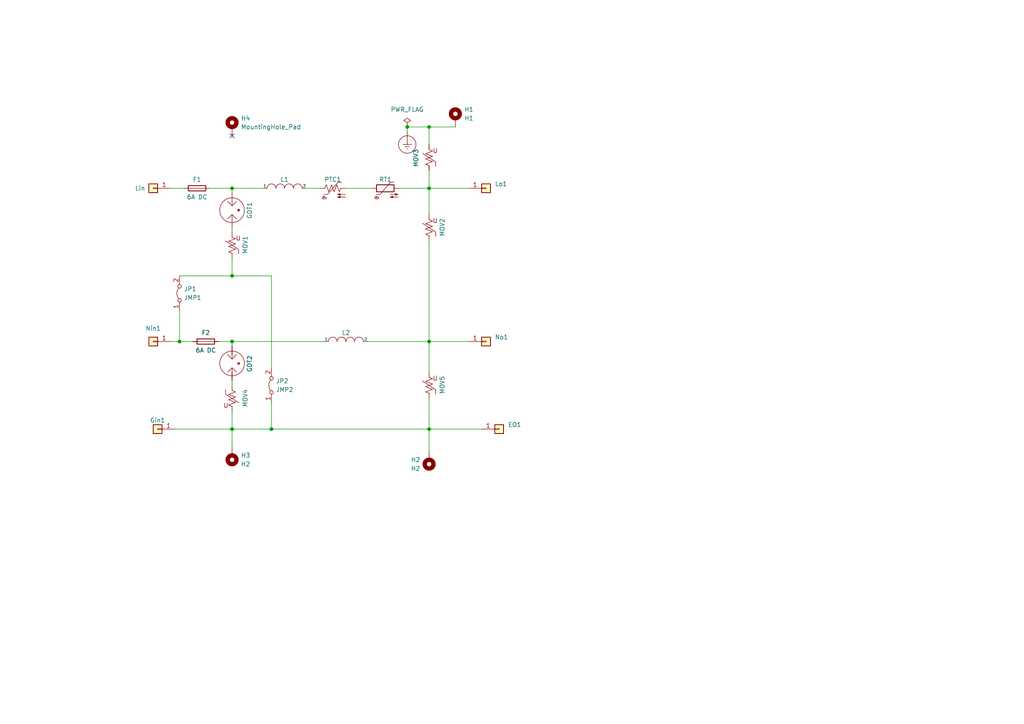
<source format=kicad_sch>
(kicad_sch (version 20211123) (generator eeschema)
  (paper "A4")
  (lib_symbols
    (symbol "Connector_Generic:Conn_01x01" (pin_names (offset 1.016) hide)
      (property "Reference" "J" (at 0 2.54 0))
      (property "Value" "Conn_01x01" (at 0 -2.54 0))
      (symbol "Conn_01x01_1_1"
        (rectangle (start -1.27 0.127) (end 0 -0.127) (stroke (width 0.1524)))
        (rectangle (start -1.27 1.27) (end 1.27 -1.27) (stroke (width 0.254)) (fill (type background)))
        (pin passive line (at -5.08 0 0) (length 3.81) (name "Pin_1") (number "1"))
      )
    )
    (symbol "Device:Fuse" (pin_numbers hide) (pin_names (offset 0))
      (property "Reference" "F" (at 2.032 0 90))
      (property "Value" "Fuse" (at -1.905 0 90))
      (symbol "Fuse_0_1"
        (rectangle (start -0.762 -2.54) (end 0.762 2.54) (stroke (width 0.254)))
        (polyline (pts (xy 0 2.54) (xy 0 -2.54)))
      )
      (symbol "Fuse_1_1"
        (pin passive line (at 0 3.81 270) (length 1.27) (name "~") (number "1"))
        (pin passive line (at 0 -3.81 90) (length 1.27) (name "~") (number "2"))
      )
    )
    (symbol "Device:GDT_2Pin" (pin_numbers hide)
      (property "Reference" "GD" (at 5.08 0 90))
      (property "Value" "GDT_2Pin" (at 7.62 0 90))
      (symbol "GDT_2Pin_0_1"
        (polyline (pts (xy 0 -2.54) (xy 0 -1.27)))
        (polyline (pts (xy 0 -1.27) (xy -1.27 -2.54)))
        (polyline (pts (xy 0 -1.27) (xy 1.27 -2.54)))
        (polyline (pts (xy 0 1.27) (xy -1.27 2.54)))
        (polyline (pts (xy 0 1.27) (xy 1.27 2.54)))
        (polyline (pts (xy 0 2.54) (xy 0 1.27)))
        (circle (center 0 0) (radius 3.5814))
        (circle (center 1.905 0) (radius 0.127))
        (circle (center 1.905 0) (radius 0.127))
        (circle (center 1.905 0) (radius 0.2794))
        (circle (center 2.032 0) (radius 0.127))
      )
      (symbol "GDT_2Pin_1_1"
        (pin passive line (at 0 -5.08 90) (length 2.54) (name "~") (number "1"))
        (pin passive line (at 0 5.08 270) (length 2.54) (name "~") (number "3"))
      )
    )
    (symbol "Device:Thermistor_NTC" (pin_numbers hide) (pin_names (offset 0))
      (property "Reference" "TH" (at -4.445 0 90))
      (property "Value" "Thermistor_NTC" (at 3.175 0 90))
      (symbol "Thermistor_NTC_0_1"
        (arc (start -3.048 2.159) (mid -3.0495 2.3143) (end -3.175 2.413))
        (arc (start -3.048 2.159) (mid -2.9736 1.9794) (end -2.794 1.905))
        (arc (start -3.048 2.794) (mid -2.9736 2.6144) (end -2.794 2.54))
        (arc (start -2.794 1.905) (mid -2.6144 1.9794) (end -2.54 2.159))
        (arc (start -2.794 2.54) (mid -2.4393 2.5587) (end -2.159 2.794))
        (arc (start -2.794 3.048) (mid -2.9736 2.9736) (end -3.048 2.794))
        (arc (start -2.54 2.794) (mid -2.6144 2.9736) (end -2.794 3.048))
        (rectangle (start -1.016 2.54) (end 1.016 -2.54) (stroke (width 0.254)))
        (polyline (pts (xy -2.54 2.159) (xy -2.54 2.794)))
        (polyline (pts (xy -1.778 2.54) (xy -1.778 1.524) (xy 1.778 -1.524) (xy 1.778 -2.54)))
        (polyline (pts (xy -2.54 -3.683) (xy -2.54 -1.397) (xy -2.794 -2.159) (xy -2.286 -2.159) (xy -2.54 -1.397) (xy -2.54 -1.651)) (fill (type outline)))
        (polyline (pts (xy -1.778 -1.397) (xy -1.778 -3.683) (xy -2.032 -2.921) (xy -1.524 -2.921) (xy -1.778 -3.683) (xy -1.778 -3.429)) (fill (type outline)))
      )
      (symbol "Thermistor_NTC_1_1"
        (pin passive line (at 0 3.81 270) (length 1.27) (name "~") (number "1"))
        (pin passive line (at 0 -3.81 90) (length 1.27) (name "~") (number "2"))
      )
    )
    (symbol "Device:Thermistor_PTC_US" (pin_numbers hide) (pin_names (offset 0))
      (property "Reference" "TH" (at -4.064 0 90))
      (property "Value" "Thermistor_PTC_US" (at 3.048 0 90))
      (symbol "Thermistor_PTC_US_0_1"
        (arc (start -3.048 2.159) (mid -3.0495 2.3143) (end -3.175 2.413))
        (arc (start -3.048 2.159) (mid -2.9736 1.9794) (end -2.794 1.905))
        (arc (start -3.048 2.794) (mid -2.9736 2.6144) (end -2.794 2.54))
        (arc (start -2.794 1.905) (mid -2.6144 1.9794) (end -2.54 2.159))
        (arc (start -2.794 2.54) (mid -2.4393 2.5587) (end -2.159 2.794))
        (arc (start -2.794 3.048) (mid -2.9736 2.9736) (end -3.048 2.794))
        (arc (start -2.54 2.794) (mid -2.6144 2.9736) (end -2.794 3.048))
        (polyline (pts (xy -2.54 2.159) (xy -2.54 2.794)))
        (polyline (pts (xy 0 -2.286) (xy 0 -2.54)))
        (polyline (pts (xy 0 2.286) (xy 0 2.54)))
        (polyline (pts (xy -1.778 2.54) (xy -1.778 1.524) (xy 1.778 -1.524) (xy 1.778 -2.54)))
        (polyline (pts (xy 0 -0.762) (xy 1.016 -1.143) (xy 0 -1.524) (xy -1.016 -1.905) (xy 0 -2.286)))
        (polyline (pts (xy 0 0.762) (xy 1.016 0.381) (xy 0 0) (xy -1.016 -0.381) (xy 0 -0.762)))
        (polyline (pts (xy 0 2.286) (xy 1.016 1.905) (xy 0 1.524) (xy -1.016 1.143) (xy 0 0.762)))
        (polyline (pts (xy -2.54 -3.683) (xy -2.54 -1.397) (xy -2.794 -2.159) (xy -2.286 -2.159) (xy -2.54 -1.397) (xy -2.54 -1.651)) (fill (type outline)))
        (polyline (pts (xy -1.778 -3.683) (xy -1.778 -1.397) (xy -2.032 -2.159) (xy -1.524 -2.159) (xy -1.778 -1.397) (xy -1.778 -1.651)) (fill (type outline)))
      )
      (symbol "Thermistor_PTC_US_1_1"
        (pin passive line (at 0 3.81 270) (length 1.27) (name "~") (number "1"))
        (pin passive line (at 0 -3.81 90) (length 1.27) (name "~") (number "2"))
      )
    )
    (symbol "Device:Varistor_US" (pin_numbers hide) (pin_names (offset 0))
      (property "Reference" "RV" (at 3.175 0 90))
      (property "Value" "Varistor_US" (at -3.175 0 90))
      (symbol "Varistor_US_0_0"
        (text "U" (at -1.778 -2.032 0) (effects (font (size 1.27 1.27))))
      )
      (symbol "Varistor_US_0_1"
        (polyline (pts (xy 0 -2.286) (xy 0 -2.54)))
        (polyline (pts (xy 0 2.286) (xy 0 2.54)))
        (polyline (pts (xy -1.905 2.54) (xy -1.905 1.27) (xy 1.905 -1.27)))
        (polyline (pts (xy 0 -0.762) (xy 1.016 -1.143) (xy 0 -1.524) (xy -1.016 -1.905) (xy 0 -2.286)))
        (polyline (pts (xy 0 0.762) (xy 1.016 0.381) (xy 0 0) (xy -1.016 -0.381) (xy 0 -0.762)))
        (polyline (pts (xy 0 2.286) (xy 1.016 1.905) (xy 0 1.524) (xy -1.016 1.143) (xy 0 0.762)))
      )
      (symbol "Varistor_US_1_1"
        (pin passive line (at 0 3.81 270) (length 1.27) (name "~") (number "1"))
        (pin passive line (at 0 -3.81 90) (length 1.27) (name "~") (number "2"))
      )
    )
    (symbol "Jumper:Jumper_2_Bridged" (pin_names (offset 0) hide)
      (property "Reference" "JP" (at 0 1.905 0))
      (property "Value" "Jumper_2_Bridged" (at 0 -2.54 0))
      (symbol "Jumper_2_Bridged_0_0"
        (circle (center -2.032 0) (radius 0.508))
        (circle (center 2.032 0) (radius 0.508))
      )
      (symbol "Jumper_2_Bridged_0_1"
        (arc (start 1.524 0.254) (mid 0 0.762) (end -1.524 0.254))
      )
      (symbol "Jumper_2_Bridged_1_1"
        (pin passive line (at -5.08 0 0) (length 2.54) (name "A") (number "1"))
        (pin passive line (at 5.08 0 180) (length 2.54) (name "B") (number "2"))
      )
    )
    (symbol "Mechanical:MountingHole_Pad" (pin_numbers hide) (pin_names (offset 1.016) hide)
      (property "Reference" "H" (at 0 6.35 0))
      (property "Value" "MountingHole_Pad" (at 0 4.445 0))
      (symbol "MountingHole_Pad_0_1"
        (circle (center 0 1.27) (radius 1.27) (stroke (width 1.27)))
      )
      (symbol "MountingHole_Pad_1_1"
        (pin input line (at 0 -2.54 90) (length 2.54) (name "1") (number "1"))
      )
    )
    (symbol "power:Earth_Protective" (power) (pin_names (offset 0))
      (symbol "Earth_Protective_0_1"
        (circle (center 0 -3.81) (radius 2.54))
        (polyline (pts (xy -0.635 -4.445) (xy 0.635 -4.445)))
        (polyline (pts (xy -0.127 -5.08) (xy 0.127 -5.08)))
        (polyline (pts (xy 0 -3.81) (xy 0 0)))
        (polyline (pts (xy 1.27 -3.81) (xy -1.27 -3.81)))
      )
      (symbol "Earth_Protective_1_1"
        (pin power_in line (at 0 0 270) (length 0) hide (name "Earth_Protective") (number "1"))
      )
    )
    (symbol "power:PWR_FLAG" (power) (pin_numbers hide) (pin_names (offset 0) hide)
      (property "Value" "PWR_FLAG" (at 0 3.81 0))
      (symbol "PWR_FLAG_0_0"
        (pin power_out line (at 0 0 90) (length 0) (name "pwr") (number "1"))
      )
      (symbol "PWR_FLAG_0_1"
        (polyline (pts (xy 0 0) (xy 0 1.27) (xy -1.016 1.905) (xy 0 2.54) (xy 1.016 1.905) (xy 0 1.27)))
      )
    )
    (symbol "pspice:INDUCTOR" (pin_numbers hide) (pin_names (offset 0))
      (property "Reference" "L" (at 0 2.54 0))
      (property "Value" "INDUCTOR" (at 0 -1.27 0))
      (symbol "INDUCTOR_0_1"
        (arc (start -2.54 0) (mid -3.81 1.27) (end -5.08 0))
        (arc (start 0 0) (mid -1.27 1.27) (end -2.54 0))
        (arc (start 2.54 0) (mid 1.27 1.27) (end 0 0))
        (arc (start 5.08 0) (mid 3.81 1.27) (end 2.54 0))
      )
      (symbol "INDUCTOR_1_1"
        (pin input line (at -6.35 0 0) (length 1.27) (name "1") (number "1"))
        (pin input line (at 6.35 0 180) (length 1.27) (name "2") (number "2"))
      )
    )
  )
  (junction (at 67.31 80.01))
  (junction (at 124.46 124.46))
  (junction (at 67.31 54.61))
  (junction (at 118.11 36.83))
  (junction (at 124.46 36.83))
  (junction (at 124.46 99.06))
  (junction (at 124.46 54.61))
  (junction (at 67.31 99.06))
  (junction (at 52.07 99.06))
  (junction (at 78.74 124.46))
  (junction (at 67.31 124.46))
  (no_connect (at 67.31 39.37))
  (wire (pts (xy 124.46 115.57) (xy 124.46 124.46)))
  (wire (pts (xy 124.46 99.06) (xy 135.89 99.06)))
  (wire (pts (xy 49.53 54.61) (xy 53.34 54.61)))
  (wire (pts (xy 67.31 99.06) (xy 67.31 100.33)))
  (wire (pts (xy 67.31 99.06) (xy 93.98 99.06)))
  (wire (pts (xy 124.46 99.06) (xy 124.46 107.95)))
  (wire (pts (xy 67.31 66.04) (xy 67.31 67.31)))
  (wire (pts (xy 67.31 124.46) (xy 78.74 124.46)))
  (wire (pts (xy 52.07 90.17) (xy 52.07 99.06)))
  (wire (pts (xy 63.5 99.06) (xy 67.31 99.06)))
  (wire (pts (xy 67.31 54.61) (xy 67.31 55.88)))
  (wire (pts (xy 78.74 116.84) (xy 78.74 124.46)))
  (wire (pts (xy 124.46 124.46) (xy 139.7 124.46)))
  (wire (pts (xy 115.57 54.61) (xy 124.46 54.61)))
  (wire (pts (xy 78.74 124.46) (xy 124.46 124.46)))
  (wire (pts (xy 78.74 80.01) (xy 67.31 80.01)))
  (wire (pts (xy 67.31 124.46) (xy 50.8 124.46)))
  (wire (pts (xy 124.46 49.53) (xy 124.46 54.61)))
  (wire (pts (xy 67.31 124.46) (xy 67.31 129.54)))
  (wire (pts (xy 124.46 124.46) (xy 124.46 130.81)))
  (wire (pts (xy 67.31 110.49) (xy 67.31 111.76)))
  (wire (pts (xy 124.46 54.61) (xy 135.89 54.61)))
  (wire (pts (xy 49.53 99.06) (xy 52.07 99.06)))
  (wire (pts (xy 124.46 36.83) (xy 132.08 36.83)))
  (wire (pts (xy 67.31 54.61) (xy 76.2 54.61)))
  (wire (pts (xy 67.31 74.93) (xy 67.31 80.01)))
  (wire (pts (xy 118.11 36.83) (xy 118.11 38.1)))
  (wire (pts (xy 118.11 36.83) (xy 124.46 36.83)))
  (wire (pts (xy 100.33 54.61) (xy 107.95 54.61)))
  (wire (pts (xy 78.74 106.68) (xy 78.74 80.01)))
  (wire (pts (xy 124.46 41.91) (xy 124.46 36.83)))
  (wire (pts (xy 52.07 99.06) (xy 55.88 99.06)))
  (wire (pts (xy 124.46 69.85) (xy 124.46 99.06)))
  (wire (pts (xy 124.46 54.61) (xy 124.46 62.23)))
  (wire (pts (xy 67.31 80.01) (xy 52.07 80.01)))
  (wire (pts (xy 88.9 54.61) (xy 92.71 54.61)))
  (wire (pts (xy 67.31 119.38) (xy 67.31 124.46)))
  (wire (pts (xy 60.96 54.61) (xy 67.31 54.61)))
  (wire (pts (xy 124.46 99.06) (xy 106.68 99.06)))
  (symbol (lib_id "Mechanical:MountingHole_Pad") (at 124.46 133.35 0) (mirror x) (unit 1)
    (property "Reference" "H2" (at 121.92 133.3499 0) (effects (justify right)))
    (property "Value" "H2" (at 121.92 135.8899 0) (effects (justify right)))
    (property "Footprint" "CCU:CCU_GND_PT" (effects hide))
  )
  (symbol (lib_id "Device:Fuse") (at 59.69 99.06 90) (unit 1)
    (property "Reference" "F2" (at 59.69 96.52 90))
    (property "Value" "6A DC" (at 59.69 101.6 90))
    (property "Footprint" "CCU:Fuse_holder" (effects hide))
  )
  (symbol (lib_id "Connector_Generic:Conn_01x01") (at 140.97 99.06 0) (unit 1)
    (property "Reference" "No1" (at 143.51 97.7899 0) (effects (justify left)))
    (property "Value" "No" (effects hide))
    (property "Footprint" "CCU:Out_conn" (effects hide))
  )
  (symbol (lib_id "Connector_Generic:Conn_01x01") (at 44.45 99.06 180) (unit 1)
    (property "Reference" "Nin1" (at 44.45 95.25 0))
    (property "Value" "Nin" (effects hide))
    (property "Footprint" "CCU:quickfit_PCB" (effects hide))
  )
  (symbol (lib_id "Connector_Generic:Conn_01x01") (at 144.78 124.46 0) (unit 1)
    (property "Reference" "EO1" (at 147.32 123.1899 0) (effects (justify left)))
    (property "Value" "Eo" (effects hide))
    (property "Footprint" "CCU:Out_conn" (effects hide))
  )
  (symbol (lib_id "Device:GDT_2Pin") (at 67.31 105.41 0) (unit 1)
    (property "Reference" "GDT2" (at 72.39 107.95 90) (effects (justify left)))
    (property "Value" "GDT2" (effects hide))
    (property "Footprint" "CCU:CCU_GDT" (effects hide))
  )
  (symbol (lib_id "Device:Thermistor_NTC") (at 111.76 54.61 90) (unit 1)
    (property "Reference" "RT1" (at 111.76 52.07 90))
    (property "Value" "RT1" (effects hide))
    (property "Footprint" "CCU:CCU_RTI" (effects hide))
  )
  (symbol (lib_id "Device:Varistor_US") (at 67.31 115.57 0) (unit 1)
    (property "Reference" "MOV4" (at 71.12 118.11 90) (effects (justify left)))
    (property "Value" "MOV4" (effects hide))
    (property "Footprint" "CCU:CCU_Vari_1" (effects hide))
  )
  (symbol (lib_id "Device:Varistor_US") (at 124.46 45.72 180) (unit 1)
    (property "Reference" "MOV3" (at 120.65 43.18 90) (effects (justify left)))
    (property "Value" "MOV3" (effects hide))
    (property "Footprint" "CCU:CCU_Vari" (effects hide))
  )
  (symbol (lib_id "pspice:INDUCTOR") (at 82.55 54.61 0) (unit 1)
    (property "Reference" "L1" (at 82.55 52.07 0))
    (property "Value" "L1" (effects hide))
    (property "Footprint" "CCU:CCU_IND" (effects hide))
  )
  (symbol (lib_id "Jumper:Jumper_2_Bridged") (at 78.74 111.76 90) (unit 1)
    (property "Reference" "JP2" (at 80.01 110.4899 90) (effects (justify right)))
    (property "Value" "JMP2" (at 80.01 113.0299 90) (effects (justify right)))
    (property "Footprint" "CCU:Jump2" (effects hide))
  )
  (symbol (lib_id "Device:Fuse") (at 57.15 54.61 90) (unit 1)
    (property "Reference" "F1" (at 57.15 52.07 90))
    (property "Value" "6A DC" (at 57.15 57.15 90))
    (property "Footprint" "CCU:Fuse_holder" (effects hide))
  )
  (symbol (lib_id "Mechanical:MountingHole_Pad") (at 67.31 132.08 180) (unit 1)
    (property "Reference" "H3" (at 69.85 132.0799 0) (effects (justify right)))
    (property "Value" "H2" (at 69.85 134.6199 0) (effects (justify right)))
    (property "Footprint" "CCU:CCU_GND_PT" (effects hide))
  )
  (symbol (lib_id "Device:Varistor_US") (at 67.31 71.12 180) (unit 1)
    (property "Reference" "MOV1" (at 71.12 73.66 90) (effects (justify right)))
    (property "Value" "MOV1" (effects hide))
    (property "Footprint" "CCU:CCU_Vari_1" (effects hide))
  )
  (symbol (lib_id "Connector_Generic:Conn_01x01") (at 44.45 54.61 0) (mirror y) (unit 1)
    (property "Reference" "Lin1" (effects hide))
    (property "Value" "Lin" (at 40.64 54.61 0))
    (property "Footprint" "CCU:quickfit_PCB" (effects hide))
  )
  (symbol (lib_id "Device:Varistor_US") (at 124.46 66.04 180) (unit 1)
    (property "Reference" "MOV2" (at 128.27 68.58 90) (effects (justify right)))
    (property "Value" "MOV2" (effects hide))
    (property "Footprint" "CCU:CCU_Vari" (effects hide))
  )
  (symbol (lib_id "Connector_Generic:Conn_01x01") (at 45.72 124.46 0) (mirror y) (unit 1)
    (property "Reference" "Gin1" (at 45.72 121.92 0))
    (property "Value" "Gin" (effects hide))
    (property "Footprint" "CCU:quickfit_PCB" (effects hide))
  )
  (symbol (lib_id "Mechanical:MountingHole_Pad") (at 132.08 34.29 0) (unit 1)
    (property "Reference" "H1" (at 134.62 31.7499 0) (effects (justify left)))
    (property "Value" "H1" (at 134.62 34.2899 0) (effects (justify left)))
    (property "Footprint" "CCU:CCU_GND_PT" (effects hide))
  )
  (symbol (lib_id "Device:GDT_2Pin") (at 67.31 60.96 0) (unit 1)
    (property "Reference" "GDT1" (at 72.39 63.5 90) (effects (justify left)))
    (property "Value" "GDT1" (effects hide))
    (property "Footprint" "CCU:CCU_GDT" (effects hide))
  )
  (symbol (lib_id "Mechanical:MountingHole_Pad") (at 67.31 36.83 0) (unit 1)
    (property "Reference" "H4" (at 69.85 34.2899 0) (effects (justify left)))
    (property "Value" "MountingHole_Pad" (at 69.85 36.8299 0) (effects (justify left)))
    (property "Footprint" "CCU:CCU_GND_PT" (effects hide))
  )
  (symbol (lib_id "pspice:INDUCTOR") (at 100.33 99.06 0) (unit 1)
    (property "Reference" "L2" (at 100.33 96.52 0))
    (property "Value" "L2" (effects hide))
    (property "Footprint" "CCU:CCU_IND" (effects hide))
  )
  (symbol (lib_id "power:Earth_Protective") (at 118.11 38.1 0) (unit 1)
    (property "Reference" "#PWR0101" (effects hide))
    (property "Value" "Earth_Protective" (effects hide))
  )
  (symbol (lib_id "Connector_Generic:Conn_01x01") (at 140.97 54.61 0) (unit 1)
    (property "Reference" "Lo1" (at 143.51 53.3399 0) (effects (justify left)))
    (property "Value" "Lo" (effects hide))
    (property "Footprint" "CCU:Out_conn" (effects hide))
  )
  (symbol (lib_id "power:PWR_FLAG") (at 118.11 36.83 0) (unit 1)
    (property "Reference" "#FLG0101" (effects hide))
    (property "Value" "PWR_FLAG" (at 118.11 31.75 0))
  )
  (symbol (lib_id "Device:Thermistor_PTC_US") (at 96.52 54.61 90) (unit 1)
    (property "Reference" "PTC1" (at 96.52 52.07 90))
    (property "Value" "PTC" (effects hide))
    (property "Footprint" "CCU:CCU_PTC" (effects hide))
  )
  (symbol (lib_id "Device:Varistor_US") (at 124.46 111.76 180) (unit 1)
    (property "Reference" "MOV5" (at 128.27 114.3 90) (effects (justify right)))
    (property "Value" "MOV5" (effects hide))
    (property "Footprint" "CCU:CCU_Vari" (effects hide))
  )
  (symbol (lib_id "Jumper:Jumper_2_Bridged") (at 52.07 85.09 90) (unit 1)
    (property "Reference" "JP1" (at 53.34 83.8199 90) (effects (justify right)))
    (property "Value" "JMP1" (at 53.34 86.3599 90) (effects (justify right)))
    (property "Footprint" "CCU:Jump1" (effects hide))
  )
)
</source>
